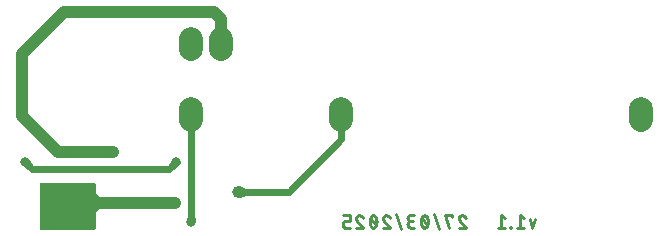
<source format=gbr>
G04 EAGLE Gerber RS-274X export*
G75*
%MOMM*%
%FSLAX34Y34*%
%LPD*%
%INBottom Copper*%
%IPPOS*%
%AMOC8*
5,1,8,0,0,1.08239X$1,22.5*%
G01*
%ADD10C,0.228600*%
%ADD11C,2.000000*%
%ADD12C,0.800000*%
%ADD13C,0.609600*%
%ADD14C,2.000000*%
%ADD15C,1.000000*%
%ADD16C,1.000000*%
%ADD17C,0.304800*%

G36*
X82576Y5465D02*
X82576Y5465D01*
X82602Y5463D01*
X82749Y5485D01*
X82896Y5502D01*
X82921Y5510D01*
X82947Y5514D01*
X83085Y5569D01*
X83224Y5619D01*
X83246Y5633D01*
X83271Y5643D01*
X83392Y5728D01*
X83517Y5808D01*
X83535Y5827D01*
X83557Y5842D01*
X83656Y5952D01*
X83759Y6059D01*
X83773Y6081D01*
X83790Y6101D01*
X83862Y6231D01*
X83938Y6358D01*
X83946Y6383D01*
X83959Y6406D01*
X83999Y6549D01*
X84044Y6690D01*
X84046Y6716D01*
X84054Y6741D01*
X84073Y6985D01*
X84073Y43815D01*
X84070Y43841D01*
X84072Y43867D01*
X84050Y44014D01*
X84033Y44161D01*
X84025Y44186D01*
X84021Y44212D01*
X83966Y44350D01*
X83916Y44489D01*
X83902Y44511D01*
X83892Y44536D01*
X83807Y44657D01*
X83727Y44782D01*
X83708Y44800D01*
X83693Y44822D01*
X83583Y44921D01*
X83476Y45024D01*
X83454Y45038D01*
X83434Y45055D01*
X83304Y45127D01*
X83177Y45203D01*
X83152Y45211D01*
X83129Y45224D01*
X82986Y45264D01*
X82845Y45309D01*
X82819Y45311D01*
X82794Y45319D01*
X82550Y45338D01*
X38100Y45338D01*
X38074Y45335D01*
X38048Y45337D01*
X37901Y45315D01*
X37754Y45298D01*
X37729Y45290D01*
X37703Y45286D01*
X37565Y45231D01*
X37426Y45181D01*
X37404Y45167D01*
X37379Y45157D01*
X37258Y45072D01*
X37133Y44992D01*
X37115Y44973D01*
X37093Y44958D01*
X36994Y44848D01*
X36891Y44741D01*
X36877Y44719D01*
X36860Y44699D01*
X36788Y44569D01*
X36712Y44442D01*
X36704Y44417D01*
X36691Y44394D01*
X36651Y44251D01*
X36606Y44110D01*
X36604Y44084D01*
X36596Y44059D01*
X36577Y43815D01*
X36577Y6985D01*
X36580Y6959D01*
X36578Y6933D01*
X36600Y6786D01*
X36617Y6639D01*
X36625Y6614D01*
X36629Y6588D01*
X36684Y6450D01*
X36734Y6311D01*
X36748Y6289D01*
X36758Y6264D01*
X36843Y6143D01*
X36923Y6018D01*
X36942Y6000D01*
X36957Y5978D01*
X37067Y5879D01*
X37174Y5776D01*
X37196Y5762D01*
X37216Y5745D01*
X37346Y5673D01*
X37473Y5597D01*
X37498Y5589D01*
X37521Y5576D01*
X37664Y5536D01*
X37805Y5491D01*
X37831Y5489D01*
X37856Y5481D01*
X38100Y5462D01*
X82550Y5462D01*
X82576Y5465D01*
G37*
D10*
X394144Y17908D02*
X394044Y17906D01*
X393945Y17900D01*
X393845Y17891D01*
X393747Y17877D01*
X393648Y17860D01*
X393551Y17840D01*
X393454Y17815D01*
X393358Y17787D01*
X393264Y17755D01*
X393171Y17719D01*
X393079Y17680D01*
X392989Y17638D01*
X392900Y17592D01*
X392813Y17542D01*
X392729Y17490D01*
X392646Y17434D01*
X392565Y17375D01*
X392487Y17313D01*
X392411Y17248D01*
X392338Y17180D01*
X392268Y17110D01*
X392200Y17037D01*
X392135Y16961D01*
X392073Y16883D01*
X392014Y16802D01*
X391958Y16719D01*
X391906Y16635D01*
X391856Y16548D01*
X391810Y16459D01*
X391768Y16369D01*
X391729Y16277D01*
X391693Y16184D01*
X391661Y16090D01*
X391633Y15994D01*
X391608Y15897D01*
X391588Y15800D01*
X391571Y15701D01*
X391557Y15603D01*
X391548Y15503D01*
X391542Y15404D01*
X391540Y15304D01*
X394144Y17907D02*
X394258Y17905D01*
X394371Y17899D01*
X394484Y17890D01*
X394597Y17876D01*
X394710Y17859D01*
X394821Y17838D01*
X394932Y17813D01*
X395042Y17784D01*
X395151Y17752D01*
X395259Y17716D01*
X395366Y17676D01*
X395471Y17633D01*
X395574Y17586D01*
X395676Y17535D01*
X395776Y17482D01*
X395875Y17424D01*
X395971Y17364D01*
X396065Y17300D01*
X396157Y17233D01*
X396247Y17163D01*
X396334Y17090D01*
X396419Y17015D01*
X396501Y16936D01*
X396580Y16854D01*
X396656Y16770D01*
X396730Y16684D01*
X396801Y16595D01*
X396868Y16503D01*
X396933Y16409D01*
X396994Y16314D01*
X397052Y16216D01*
X397106Y16116D01*
X397157Y16014D01*
X397205Y15911D01*
X397249Y15806D01*
X397289Y15700D01*
X397326Y15593D01*
X392408Y13279D02*
X392335Y13351D01*
X392264Y13426D01*
X392197Y13504D01*
X392132Y13584D01*
X392070Y13666D01*
X392011Y13750D01*
X391956Y13837D01*
X391903Y13926D01*
X391854Y14016D01*
X391808Y14108D01*
X391766Y14202D01*
X391727Y14298D01*
X391692Y14394D01*
X391660Y14492D01*
X391632Y14591D01*
X391608Y14691D01*
X391587Y14792D01*
X391570Y14894D01*
X391557Y14996D01*
X391548Y15098D01*
X391542Y15201D01*
X391540Y15304D01*
X392409Y13279D02*
X397326Y7493D01*
X391541Y7493D01*
X385896Y16750D02*
X385896Y17907D01*
X380111Y17907D01*
X383004Y7493D01*
X375031Y6336D02*
X370402Y19064D01*
X364454Y16461D02*
X364542Y16275D01*
X364625Y16088D01*
X364704Y15899D01*
X364778Y15708D01*
X364847Y15515D01*
X364912Y15321D01*
X364972Y15125D01*
X365028Y14928D01*
X365079Y14729D01*
X365125Y14530D01*
X365166Y14329D01*
X365202Y14128D01*
X365234Y13925D01*
X365261Y13722D01*
X365283Y13518D01*
X365300Y13314D01*
X365312Y13110D01*
X365320Y12905D01*
X365322Y12700D01*
X364455Y16460D02*
X364424Y16546D01*
X364389Y16631D01*
X364350Y16714D01*
X364307Y16795D01*
X364262Y16874D01*
X364213Y16952D01*
X364160Y17027D01*
X364105Y17100D01*
X364046Y17170D01*
X363985Y17238D01*
X363920Y17303D01*
X363853Y17365D01*
X363784Y17425D01*
X363711Y17481D01*
X363637Y17534D01*
X363560Y17584D01*
X363481Y17631D01*
X363401Y17674D01*
X363318Y17714D01*
X363234Y17750D01*
X363148Y17783D01*
X363062Y17812D01*
X362973Y17837D01*
X362884Y17858D01*
X362795Y17876D01*
X362704Y17889D01*
X362613Y17899D01*
X362522Y17905D01*
X362430Y17907D01*
X362338Y17905D01*
X362247Y17899D01*
X362156Y17889D01*
X362065Y17876D01*
X361976Y17858D01*
X361887Y17837D01*
X361798Y17812D01*
X361712Y17783D01*
X361626Y17750D01*
X361542Y17714D01*
X361459Y17674D01*
X361379Y17631D01*
X361300Y17584D01*
X361223Y17534D01*
X361149Y17481D01*
X361076Y17425D01*
X361007Y17365D01*
X360940Y17303D01*
X360875Y17238D01*
X360814Y17170D01*
X360755Y17100D01*
X360700Y17027D01*
X360647Y16952D01*
X360598Y16874D01*
X360553Y16795D01*
X360510Y16714D01*
X360471Y16631D01*
X360436Y16546D01*
X360405Y16460D01*
X360405Y16461D02*
X360317Y16275D01*
X360234Y16088D01*
X360155Y15899D01*
X360081Y15708D01*
X360012Y15515D01*
X359947Y15321D01*
X359887Y15125D01*
X359831Y14928D01*
X359780Y14729D01*
X359734Y14530D01*
X359693Y14329D01*
X359657Y14128D01*
X359625Y13925D01*
X359598Y13722D01*
X359576Y13518D01*
X359559Y13314D01*
X359547Y13110D01*
X359539Y12905D01*
X359537Y12700D01*
X365322Y12700D02*
X365320Y12495D01*
X365312Y12290D01*
X365300Y12086D01*
X365283Y11882D01*
X365261Y11678D01*
X365234Y11475D01*
X365202Y11273D01*
X365166Y11071D01*
X365125Y10870D01*
X365079Y10671D01*
X365028Y10472D01*
X364972Y10275D01*
X364912Y10079D01*
X364847Y9885D01*
X364778Y9692D01*
X364704Y9501D01*
X364625Y9312D01*
X364542Y9125D01*
X364454Y8939D01*
X364455Y8940D02*
X364424Y8854D01*
X364389Y8769D01*
X364350Y8686D01*
X364307Y8605D01*
X364262Y8526D01*
X364213Y8448D01*
X364160Y8373D01*
X364105Y8300D01*
X364046Y8230D01*
X363985Y8162D01*
X363920Y8097D01*
X363853Y8035D01*
X363784Y7975D01*
X363711Y7919D01*
X363637Y7866D01*
X363560Y7816D01*
X363481Y7769D01*
X363401Y7726D01*
X363318Y7686D01*
X363234Y7650D01*
X363148Y7617D01*
X363062Y7588D01*
X362973Y7563D01*
X362884Y7542D01*
X362795Y7524D01*
X362704Y7511D01*
X362613Y7501D01*
X362522Y7495D01*
X362430Y7493D01*
X360405Y8939D02*
X360317Y9125D01*
X360234Y9312D01*
X360155Y9501D01*
X360081Y9692D01*
X360012Y9885D01*
X359947Y10079D01*
X359887Y10275D01*
X359831Y10472D01*
X359780Y10671D01*
X359734Y10870D01*
X359693Y11071D01*
X359657Y11273D01*
X359625Y11475D01*
X359598Y11678D01*
X359576Y11882D01*
X359559Y12086D01*
X359547Y12290D01*
X359539Y12495D01*
X359537Y12700D01*
X360405Y8940D02*
X360436Y8854D01*
X360471Y8769D01*
X360510Y8686D01*
X360553Y8605D01*
X360598Y8526D01*
X360647Y8448D01*
X360700Y8373D01*
X360755Y8300D01*
X360814Y8230D01*
X360875Y8162D01*
X360940Y8097D01*
X361007Y8035D01*
X361076Y7975D01*
X361149Y7919D01*
X361223Y7866D01*
X361300Y7816D01*
X361379Y7769D01*
X361459Y7726D01*
X361542Y7686D01*
X361626Y7650D01*
X361712Y7617D01*
X361798Y7588D01*
X361887Y7563D01*
X361976Y7542D01*
X362065Y7524D01*
X362156Y7511D01*
X362247Y7501D01*
X362338Y7495D01*
X362430Y7493D01*
X364744Y9807D02*
X360115Y15593D01*
X353892Y7493D02*
X351000Y7493D01*
X350893Y7495D01*
X350786Y7501D01*
X350680Y7511D01*
X350574Y7525D01*
X350468Y7542D01*
X350364Y7564D01*
X350260Y7589D01*
X350157Y7619D01*
X350055Y7652D01*
X349955Y7688D01*
X349856Y7729D01*
X349759Y7773D01*
X349663Y7821D01*
X349569Y7872D01*
X349477Y7926D01*
X349387Y7984D01*
X349300Y8046D01*
X349214Y8110D01*
X349131Y8177D01*
X349051Y8248D01*
X348973Y8322D01*
X348898Y8398D01*
X348826Y8477D01*
X348757Y8558D01*
X348691Y8643D01*
X348628Y8729D01*
X348569Y8818D01*
X348513Y8909D01*
X348460Y9002D01*
X348410Y9096D01*
X348364Y9193D01*
X348322Y9291D01*
X348284Y9391D01*
X348249Y9492D01*
X348217Y9594D01*
X348190Y9698D01*
X348167Y9802D01*
X348147Y9907D01*
X348131Y10013D01*
X348119Y10119D01*
X348111Y10226D01*
X348107Y10333D01*
X348107Y10439D01*
X348111Y10546D01*
X348119Y10653D01*
X348131Y10759D01*
X348147Y10865D01*
X348167Y10970D01*
X348190Y11074D01*
X348217Y11178D01*
X348249Y11280D01*
X348284Y11381D01*
X348322Y11481D01*
X348364Y11579D01*
X348410Y11676D01*
X348460Y11770D01*
X348513Y11863D01*
X348569Y11954D01*
X348628Y12043D01*
X348691Y12129D01*
X348757Y12214D01*
X348826Y12295D01*
X348898Y12374D01*
X348973Y12450D01*
X349051Y12524D01*
X349131Y12595D01*
X349214Y12662D01*
X349300Y12726D01*
X349387Y12788D01*
X349477Y12846D01*
X349569Y12900D01*
X349663Y12951D01*
X349759Y12999D01*
X349856Y13043D01*
X349955Y13084D01*
X350055Y13120D01*
X350157Y13153D01*
X350260Y13183D01*
X350364Y13208D01*
X350468Y13230D01*
X350574Y13247D01*
X350680Y13261D01*
X350786Y13271D01*
X350893Y13277D01*
X351000Y13279D01*
X350421Y17907D02*
X353892Y17907D01*
X350421Y17907D02*
X350327Y17905D01*
X350232Y17899D01*
X350138Y17890D01*
X350045Y17876D01*
X349952Y17859D01*
X349860Y17838D01*
X349769Y17813D01*
X349679Y17785D01*
X349590Y17753D01*
X349503Y17717D01*
X349417Y17678D01*
X349333Y17635D01*
X349250Y17589D01*
X349170Y17540D01*
X349092Y17487D01*
X349015Y17431D01*
X348942Y17372D01*
X348870Y17311D01*
X348802Y17246D01*
X348735Y17178D01*
X348672Y17108D01*
X348612Y17036D01*
X348554Y16961D01*
X348500Y16883D01*
X348449Y16804D01*
X348401Y16723D01*
X348357Y16639D01*
X348316Y16554D01*
X348279Y16468D01*
X348245Y16380D01*
X348214Y16290D01*
X348188Y16200D01*
X348165Y16108D01*
X348146Y16015D01*
X348131Y15922D01*
X348119Y15829D01*
X348111Y15735D01*
X348107Y15640D01*
X348107Y15546D01*
X348111Y15451D01*
X348119Y15357D01*
X348131Y15264D01*
X348146Y15171D01*
X348165Y15078D01*
X348188Y14986D01*
X348214Y14896D01*
X348245Y14806D01*
X348279Y14718D01*
X348316Y14632D01*
X348357Y14547D01*
X348401Y14463D01*
X348449Y14382D01*
X348500Y14303D01*
X348554Y14225D01*
X348612Y14150D01*
X348672Y14078D01*
X348735Y14008D01*
X348802Y13940D01*
X348870Y13875D01*
X348942Y13814D01*
X349015Y13755D01*
X349092Y13699D01*
X349170Y13646D01*
X349250Y13597D01*
X349333Y13551D01*
X349417Y13508D01*
X349503Y13469D01*
X349590Y13433D01*
X349679Y13401D01*
X349769Y13373D01*
X349860Y13348D01*
X349952Y13327D01*
X350045Y13310D01*
X350138Y13296D01*
X350232Y13287D01*
X350327Y13281D01*
X350421Y13279D01*
X352735Y13279D01*
X343027Y6336D02*
X338398Y19064D01*
X330136Y17908D02*
X330036Y17906D01*
X329937Y17900D01*
X329837Y17891D01*
X329739Y17877D01*
X329640Y17860D01*
X329543Y17840D01*
X329446Y17815D01*
X329350Y17787D01*
X329256Y17755D01*
X329163Y17719D01*
X329071Y17680D01*
X328981Y17638D01*
X328892Y17592D01*
X328805Y17542D01*
X328721Y17490D01*
X328638Y17434D01*
X328557Y17375D01*
X328479Y17313D01*
X328403Y17248D01*
X328330Y17180D01*
X328260Y17110D01*
X328192Y17037D01*
X328127Y16961D01*
X328065Y16883D01*
X328006Y16802D01*
X327950Y16719D01*
X327898Y16635D01*
X327848Y16548D01*
X327802Y16459D01*
X327760Y16369D01*
X327721Y16277D01*
X327685Y16184D01*
X327653Y16090D01*
X327625Y15994D01*
X327600Y15897D01*
X327580Y15800D01*
X327563Y15701D01*
X327549Y15603D01*
X327540Y15503D01*
X327534Y15404D01*
X327532Y15304D01*
X330136Y17907D02*
X330250Y17905D01*
X330363Y17899D01*
X330476Y17890D01*
X330589Y17876D01*
X330702Y17859D01*
X330813Y17838D01*
X330924Y17813D01*
X331034Y17784D01*
X331143Y17752D01*
X331251Y17716D01*
X331358Y17676D01*
X331463Y17633D01*
X331566Y17586D01*
X331668Y17535D01*
X331768Y17482D01*
X331867Y17424D01*
X331963Y17364D01*
X332057Y17300D01*
X332149Y17233D01*
X332239Y17163D01*
X332326Y17090D01*
X332411Y17015D01*
X332493Y16936D01*
X332572Y16854D01*
X332648Y16770D01*
X332722Y16684D01*
X332793Y16595D01*
X332860Y16503D01*
X332925Y16409D01*
X332986Y16314D01*
X333044Y16216D01*
X333098Y16116D01*
X333149Y16014D01*
X333197Y15911D01*
X333241Y15806D01*
X333281Y15700D01*
X333318Y15593D01*
X328400Y13279D02*
X328327Y13351D01*
X328256Y13426D01*
X328189Y13504D01*
X328124Y13584D01*
X328062Y13666D01*
X328003Y13750D01*
X327948Y13837D01*
X327895Y13926D01*
X327846Y14016D01*
X327800Y14108D01*
X327758Y14202D01*
X327719Y14298D01*
X327684Y14394D01*
X327652Y14492D01*
X327624Y14591D01*
X327600Y14691D01*
X327579Y14792D01*
X327562Y14894D01*
X327549Y14996D01*
X327540Y15098D01*
X327534Y15201D01*
X327532Y15304D01*
X328401Y13279D02*
X333318Y7493D01*
X327533Y7493D01*
X321889Y12700D02*
X321887Y12905D01*
X321879Y13110D01*
X321867Y13314D01*
X321850Y13518D01*
X321828Y13722D01*
X321801Y13925D01*
X321769Y14128D01*
X321733Y14329D01*
X321692Y14530D01*
X321646Y14729D01*
X321595Y14928D01*
X321539Y15125D01*
X321479Y15321D01*
X321414Y15515D01*
X321345Y15708D01*
X321271Y15899D01*
X321192Y16088D01*
X321109Y16275D01*
X321021Y16461D01*
X321021Y16460D02*
X320990Y16546D01*
X320955Y16631D01*
X320916Y16714D01*
X320873Y16795D01*
X320828Y16874D01*
X320779Y16952D01*
X320726Y17027D01*
X320671Y17100D01*
X320612Y17170D01*
X320551Y17238D01*
X320486Y17303D01*
X320419Y17365D01*
X320350Y17425D01*
X320277Y17481D01*
X320203Y17534D01*
X320126Y17584D01*
X320047Y17631D01*
X319967Y17674D01*
X319884Y17714D01*
X319800Y17750D01*
X319714Y17783D01*
X319628Y17812D01*
X319539Y17837D01*
X319450Y17858D01*
X319361Y17876D01*
X319270Y17889D01*
X319179Y17899D01*
X319088Y17905D01*
X318996Y17907D01*
X318904Y17905D01*
X318813Y17899D01*
X318722Y17889D01*
X318631Y17876D01*
X318542Y17858D01*
X318453Y17837D01*
X318364Y17812D01*
X318278Y17783D01*
X318192Y17750D01*
X318108Y17714D01*
X318025Y17674D01*
X317945Y17631D01*
X317866Y17584D01*
X317789Y17534D01*
X317715Y17481D01*
X317642Y17425D01*
X317573Y17365D01*
X317506Y17303D01*
X317441Y17238D01*
X317380Y17170D01*
X317321Y17100D01*
X317266Y17027D01*
X317213Y16952D01*
X317164Y16874D01*
X317119Y16795D01*
X317076Y16714D01*
X317037Y16631D01*
X317002Y16546D01*
X316971Y16460D01*
X316971Y16461D02*
X316883Y16275D01*
X316800Y16088D01*
X316721Y15899D01*
X316647Y15708D01*
X316578Y15515D01*
X316513Y15321D01*
X316453Y15125D01*
X316397Y14928D01*
X316346Y14729D01*
X316300Y14530D01*
X316259Y14329D01*
X316223Y14128D01*
X316191Y13925D01*
X316164Y13722D01*
X316142Y13518D01*
X316125Y13314D01*
X316113Y13110D01*
X316105Y12905D01*
X316103Y12700D01*
X321888Y12700D02*
X321886Y12495D01*
X321878Y12290D01*
X321866Y12086D01*
X321849Y11882D01*
X321827Y11678D01*
X321800Y11475D01*
X321768Y11273D01*
X321732Y11071D01*
X321691Y10870D01*
X321645Y10671D01*
X321594Y10472D01*
X321538Y10275D01*
X321478Y10079D01*
X321413Y9885D01*
X321344Y9692D01*
X321270Y9501D01*
X321191Y9312D01*
X321108Y9125D01*
X321020Y8939D01*
X321021Y8940D02*
X320990Y8854D01*
X320955Y8769D01*
X320916Y8686D01*
X320873Y8605D01*
X320828Y8526D01*
X320779Y8448D01*
X320726Y8373D01*
X320671Y8300D01*
X320612Y8230D01*
X320551Y8162D01*
X320486Y8097D01*
X320419Y8035D01*
X320350Y7975D01*
X320277Y7919D01*
X320203Y7866D01*
X320126Y7816D01*
X320047Y7769D01*
X319967Y7726D01*
X319884Y7686D01*
X319800Y7650D01*
X319714Y7617D01*
X319628Y7588D01*
X319539Y7563D01*
X319450Y7542D01*
X319361Y7524D01*
X319270Y7511D01*
X319179Y7501D01*
X319088Y7495D01*
X318996Y7493D01*
X316971Y8939D02*
X316883Y9125D01*
X316800Y9312D01*
X316721Y9501D01*
X316647Y9692D01*
X316578Y9885D01*
X316513Y10079D01*
X316453Y10275D01*
X316397Y10472D01*
X316346Y10671D01*
X316300Y10870D01*
X316259Y11071D01*
X316223Y11273D01*
X316191Y11475D01*
X316164Y11678D01*
X316142Y11882D01*
X316125Y12086D01*
X316113Y12290D01*
X316105Y12495D01*
X316103Y12700D01*
X316971Y8940D02*
X317002Y8854D01*
X317037Y8769D01*
X317076Y8686D01*
X317119Y8605D01*
X317164Y8526D01*
X317213Y8448D01*
X317266Y8373D01*
X317321Y8300D01*
X317380Y8230D01*
X317441Y8162D01*
X317506Y8097D01*
X317573Y8035D01*
X317642Y7975D01*
X317715Y7919D01*
X317789Y7866D01*
X317866Y7816D01*
X317945Y7769D01*
X318025Y7726D01*
X318108Y7686D01*
X318192Y7650D01*
X318278Y7617D01*
X318364Y7588D01*
X318453Y7563D01*
X318542Y7542D01*
X318631Y7524D01*
X318722Y7511D01*
X318813Y7501D01*
X318904Y7495D01*
X318996Y7493D01*
X321310Y9807D02*
X316681Y15593D01*
X307276Y17908D02*
X307176Y17906D01*
X307077Y17900D01*
X306977Y17891D01*
X306879Y17877D01*
X306780Y17860D01*
X306683Y17840D01*
X306586Y17815D01*
X306490Y17787D01*
X306396Y17755D01*
X306303Y17719D01*
X306211Y17680D01*
X306121Y17638D01*
X306032Y17592D01*
X305945Y17542D01*
X305861Y17490D01*
X305778Y17434D01*
X305697Y17375D01*
X305619Y17313D01*
X305543Y17248D01*
X305470Y17180D01*
X305400Y17110D01*
X305332Y17037D01*
X305267Y16961D01*
X305205Y16883D01*
X305146Y16802D01*
X305090Y16719D01*
X305038Y16635D01*
X304988Y16548D01*
X304942Y16459D01*
X304900Y16369D01*
X304861Y16277D01*
X304825Y16184D01*
X304793Y16090D01*
X304765Y15994D01*
X304740Y15897D01*
X304720Y15800D01*
X304703Y15701D01*
X304689Y15603D01*
X304680Y15503D01*
X304674Y15404D01*
X304672Y15304D01*
X307276Y17907D02*
X307390Y17905D01*
X307503Y17899D01*
X307616Y17890D01*
X307729Y17876D01*
X307842Y17859D01*
X307953Y17838D01*
X308064Y17813D01*
X308174Y17784D01*
X308283Y17752D01*
X308391Y17716D01*
X308498Y17676D01*
X308603Y17633D01*
X308706Y17586D01*
X308808Y17535D01*
X308908Y17482D01*
X309007Y17424D01*
X309103Y17364D01*
X309197Y17300D01*
X309289Y17233D01*
X309379Y17163D01*
X309466Y17090D01*
X309551Y17015D01*
X309633Y16936D01*
X309712Y16854D01*
X309788Y16770D01*
X309862Y16684D01*
X309933Y16595D01*
X310000Y16503D01*
X310065Y16409D01*
X310126Y16314D01*
X310184Y16216D01*
X310238Y16116D01*
X310289Y16014D01*
X310337Y15911D01*
X310381Y15806D01*
X310421Y15700D01*
X310458Y15593D01*
X305540Y13279D02*
X305467Y13351D01*
X305396Y13426D01*
X305329Y13504D01*
X305264Y13584D01*
X305202Y13666D01*
X305143Y13750D01*
X305088Y13837D01*
X305035Y13926D01*
X304986Y14016D01*
X304940Y14108D01*
X304898Y14202D01*
X304859Y14298D01*
X304824Y14394D01*
X304792Y14492D01*
X304764Y14591D01*
X304740Y14691D01*
X304719Y14792D01*
X304702Y14894D01*
X304689Y14996D01*
X304680Y15098D01*
X304674Y15201D01*
X304672Y15304D01*
X305541Y13279D02*
X310459Y7493D01*
X304673Y7493D01*
X299029Y7493D02*
X295557Y7493D01*
X295464Y7495D01*
X295371Y7501D01*
X295278Y7510D01*
X295186Y7523D01*
X295094Y7540D01*
X295003Y7560D01*
X294913Y7584D01*
X294824Y7612D01*
X294736Y7643D01*
X294650Y7678D01*
X294565Y7716D01*
X294482Y7758D01*
X294400Y7803D01*
X294320Y7851D01*
X294242Y7903D01*
X294167Y7957D01*
X294094Y8015D01*
X294023Y8075D01*
X293954Y8138D01*
X293888Y8204D01*
X293825Y8273D01*
X293765Y8344D01*
X293707Y8417D01*
X293653Y8492D01*
X293601Y8570D01*
X293553Y8650D01*
X293508Y8732D01*
X293466Y8815D01*
X293428Y8900D01*
X293393Y8986D01*
X293362Y9074D01*
X293334Y9163D01*
X293310Y9253D01*
X293290Y9344D01*
X293273Y9436D01*
X293260Y9528D01*
X293251Y9621D01*
X293245Y9714D01*
X293243Y9807D01*
X293243Y10964D01*
X293245Y11057D01*
X293251Y11150D01*
X293260Y11243D01*
X293273Y11335D01*
X293290Y11427D01*
X293310Y11518D01*
X293334Y11608D01*
X293362Y11697D01*
X293393Y11785D01*
X293428Y11871D01*
X293466Y11956D01*
X293508Y12039D01*
X293553Y12121D01*
X293601Y12201D01*
X293653Y12279D01*
X293707Y12354D01*
X293765Y12427D01*
X293825Y12498D01*
X293888Y12567D01*
X293954Y12633D01*
X294023Y12696D01*
X294094Y12756D01*
X294167Y12814D01*
X294243Y12868D01*
X294320Y12920D01*
X294400Y12968D01*
X294482Y13013D01*
X294565Y13055D01*
X294650Y13093D01*
X294736Y13128D01*
X294824Y13159D01*
X294913Y13187D01*
X295003Y13211D01*
X295094Y13231D01*
X295186Y13248D01*
X295278Y13261D01*
X295371Y13270D01*
X295464Y13276D01*
X295557Y13278D01*
X295557Y13279D02*
X299029Y13279D01*
X299029Y17907D01*
X293243Y17907D01*
X453743Y7493D02*
X456057Y14436D01*
X451429Y14436D02*
X453743Y7493D01*
X446349Y15593D02*
X443456Y17907D01*
X443456Y7493D01*
X446349Y7493D02*
X440563Y7493D01*
X435744Y7493D02*
X435744Y8072D01*
X435166Y8072D01*
X435166Y7493D01*
X435744Y7493D01*
X430347Y15593D02*
X427454Y17907D01*
X427454Y7493D01*
X430347Y7493D02*
X424561Y7493D01*
D11*
X165100Y107950D03*
D12*
X165100Y12700D03*
D13*
X165100Y107950D01*
D14*
X165100Y99060D01*
D13*
X164160Y12851D02*
X165100Y12700D01*
X166040Y12851D01*
X171712Y105802D02*
X165100Y107950D01*
X158488Y105802D01*
X165100Y18700D02*
X164160Y12851D01*
X165100Y12700D01*
X166040Y12851D02*
X165100Y18700D01*
X166040Y12851D02*
X165100Y12700D01*
D11*
X546100Y107950D03*
D14*
X546100Y99060D01*
D11*
X190500Y158750D03*
D15*
X98425Y71755D03*
D16*
X85725Y71755D01*
X52070Y71755D01*
X21590Y102235D01*
X21590Y154940D01*
X57150Y190500D01*
X184150Y190500D01*
X190500Y184150D02*
X190500Y158750D01*
X190500Y184150D02*
X184150Y190500D01*
D14*
X190500Y167640D02*
X190500Y158750D01*
D15*
X85725Y71755D03*
D11*
X165100Y158750D03*
D14*
X165100Y167640D01*
D15*
X138430Y28575D03*
D16*
X49530Y28575D01*
D12*
X47625Y19050D03*
X60325Y31750D03*
X73025Y31750D03*
D15*
X151130Y28575D03*
D16*
X138430Y28575D01*
D17*
X91440Y27940D02*
X78740Y40640D01*
X91440Y29210D02*
X78740Y16510D01*
D12*
X47625Y31750D03*
X60325Y19050D03*
X73025Y19050D03*
D11*
X292100Y107950D03*
D13*
X292100Y82550D01*
X247650Y38100D01*
X204470Y38100D01*
D15*
X204470Y38100D03*
D14*
X292100Y99060D02*
X292100Y107950D01*
D13*
X298712Y105802D01*
X292100Y107950D01*
X285488Y105802D01*
X210470Y38100D02*
X205105Y39946D01*
X204470Y38100D01*
X205105Y36254D02*
X210470Y38100D01*
X205105Y36254D02*
X204470Y38100D01*
D12*
X24075Y63500D03*
D13*
X30425Y57150D01*
X146050Y57150D01*
X152400Y63500D01*
D12*
X152400Y63500D03*
D13*
X28318Y59257D02*
X24846Y64058D01*
X24075Y63500D01*
X23517Y62729D02*
X28318Y59257D01*
X23517Y62729D02*
X24075Y63500D01*
X148157Y59257D02*
X152958Y62729D01*
X152400Y63500D01*
X151629Y64058D02*
X148157Y59257D01*
X151629Y64058D02*
X152400Y63500D01*
M02*

</source>
